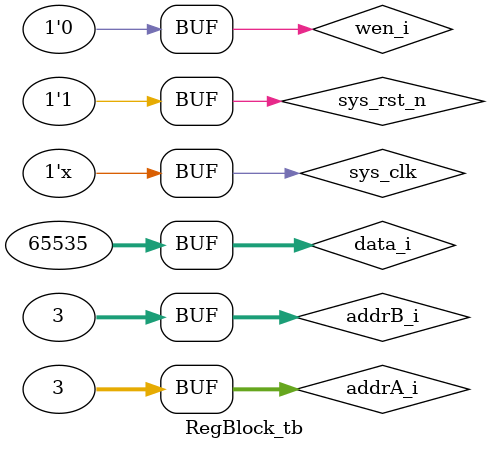
<source format=v>
`timescale 1ns/1ns 

module RegBlock_tb ();

parameter CLK_PERIOD = 20;
parameter DIV_CLK = 25;

reg         sys_clk;        
reg         sys_rst_n;

reg [31:0]      addrA_i;
reg [31:0]      addrB_i;
reg [31:0]      data_i;
reg             wen_i;


wire [31:0]     dataA_o;
wire [31:0]     dataB_o;

initial begin
    sys_clk     <= 1'b0;
    sys_rst_n   <= 1'b0;
    addrA_i     <= 32'b0;
    addrB_i     <= 32'b0;
    data_i      <= 32'b0;
    wen_i       <= 1'b0;
    #100
    sys_rst_n   <= 1'b1;
    #50

    addrA_i     <= 32'h1;
    addrB_i     <= 32'h0;
    data_i      <= 32'h55555555;    
    wen_i       <= 1'b1;

    #40
    addrA_i     <= 32'h2;
    addrB_i     <= 32'h1;
    data_i      <= 32'haaaaaaaa;    
    wen_i       <= 1'b1;

    #40
    addrA_i     <= 32'h3;
    addrB_i     <= 32'h2;
    data_i      <= 32'h0f0f0f0f;
    wen_i       <= 1'b1;

    #40
    addrA_i     <= 32'h4;
    addrB_i     <= 32'h3;
    data_i      <= 32'h0000ffff;
    wen_i       <= 1'b1;

    #40
    addrA_i     <= 32'h1;
    addrB_i     <= 32'h2;
    wen_i       <= 1'b0;

    #40
    addrA_i     <= 32'h3;
    addrB_i     <= 32'h3;
    wen_i       <= 1'b0;
end


always  #(CLK_PERIOD / 2)   sys_clk  =  ~sys_clk;

RegBlock #(32) u_RegBlock (
    .clk_i      (sys_clk    ),
    .rst_i      (~sys_rst_n ),

    .wen_i      (wen_i      ),
    .data_i     (data_i     ),
    .addrA_i    (addrA_i    ),
    .dataA_o    (dataA_o    ),

    .addrB_i    (addrB_i    ),
    .dataB_o    (dataB_o    )
);

endmodule
</source>
